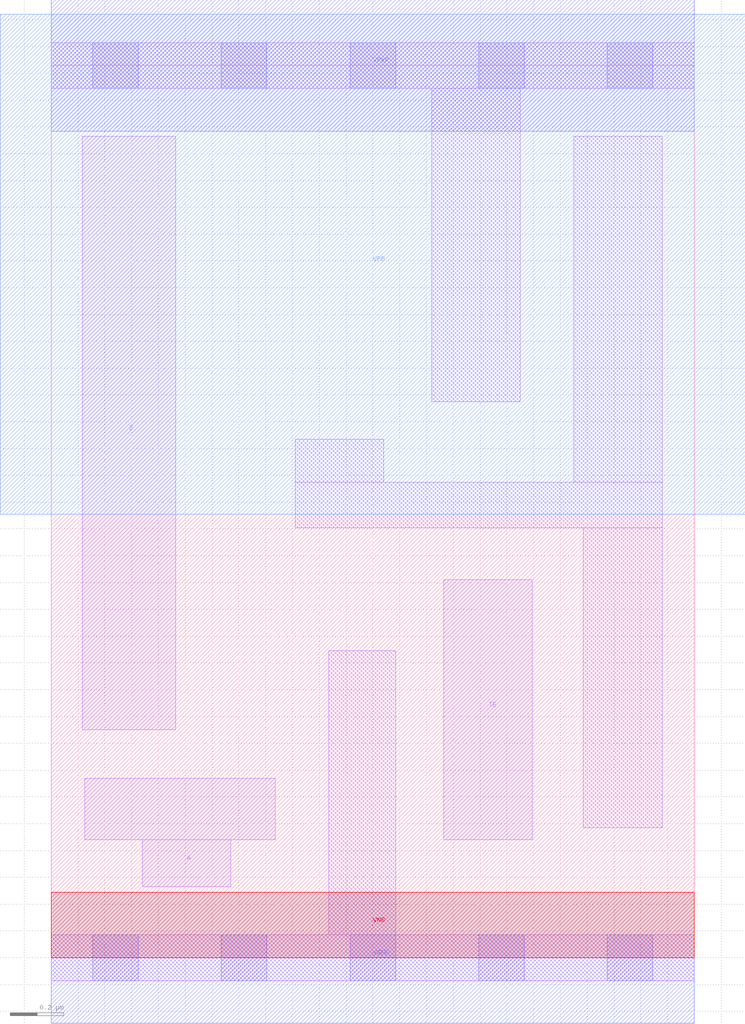
<source format=lef>
# Copyright 2020 The SkyWater PDK Authors
#
# Licensed under the Apache License, Version 2.0 (the "License");
# you may not use this file except in compliance with the License.
# You may obtain a copy of the License at
#
#     https://www.apache.org/licenses/LICENSE-2.0
#
# Unless required by applicable law or agreed to in writing, software
# distributed under the License is distributed on an "AS IS" BASIS,
# WITHOUT WARRANTIES OR CONDITIONS OF ANY KIND, either express or implied.
# See the License for the specific language governing permissions and
# limitations under the License.
#
# SPDX-License-Identifier: Apache-2.0

VERSION 5.7 ;
  NOWIREEXTENSIONATPIN ON ;
  DIVIDERCHAR "/" ;
  BUSBITCHARS "[]" ;
MACRO sky130_fd_sc_lp__einvp_lp
  CLASS CORE ;
  FOREIGN sky130_fd_sc_lp__einvp_lp ;
  ORIGIN  0.000000  0.000000 ;
  SIZE  2.400000 BY  3.330000 ;
  SYMMETRY X Y R90 ;
  SITE unit ;
  PIN A
    ANTENNAGATEAREA  0.313000 ;
    DIRECTION INPUT ;
    USE SIGNAL ;
    PORT
      LAYER li1 ;
        RECT 0.125000 0.440000 0.835000 0.670000 ;
        RECT 0.340000 0.265000 0.670000 0.440000 ;
    END
  END A
  PIN TE
    ANTENNAGATEAREA  0.439000 ;
    DIRECTION INPUT ;
    USE SIGNAL ;
    PORT
      LAYER li1 ;
        RECT 1.465000 0.440000 1.795000 1.410000 ;
    END
  END TE
  PIN Z
    ANTENNADIFFAREA  0.448450 ;
    DIRECTION OUTPUT ;
    USE SIGNAL ;
    PORT
      LAYER li1 ;
        RECT 0.115000 0.850000 0.465000 3.065000 ;
    END
  END Z
  PIN VGND
    DIRECTION INOUT ;
    USE GROUND ;
    PORT
      LAYER met1 ;
        RECT 0.000000 -0.245000 2.400000 0.245000 ;
    END
  END VGND
  PIN VNB
    DIRECTION INOUT ;
    USE GROUND ;
    PORT
      LAYER pwell ;
        RECT 0.000000 0.000000 2.400000 0.245000 ;
    END
  END VNB
  PIN VPB
    DIRECTION INOUT ;
    USE POWER ;
    PORT
      LAYER nwell ;
        RECT -0.190000 1.655000 2.590000 3.520000 ;
    END
  END VPB
  PIN VPWR
    DIRECTION INOUT ;
    USE POWER ;
    PORT
      LAYER met1 ;
        RECT 0.000000 3.085000 2.400000 3.575000 ;
    END
  END VPWR
  OBS
    LAYER li1 ;
      RECT 0.000000 -0.085000 2.400000 0.085000 ;
      RECT 0.000000  3.245000 2.400000 3.415000 ;
      RECT 0.910000  1.605000 2.280000 1.775000 ;
      RECT 0.910000  1.775000 1.240000 1.935000 ;
      RECT 1.035000  0.085000 1.285000 1.145000 ;
      RECT 1.420000  2.075000 1.750000 3.245000 ;
      RECT 1.950000  1.775000 2.280000 3.065000 ;
      RECT 1.985000  0.485000 2.280000 1.605000 ;
    LAYER mcon ;
      RECT 0.155000 -0.085000 0.325000 0.085000 ;
      RECT 0.155000  3.245000 0.325000 3.415000 ;
      RECT 0.635000 -0.085000 0.805000 0.085000 ;
      RECT 0.635000  3.245000 0.805000 3.415000 ;
      RECT 1.115000 -0.085000 1.285000 0.085000 ;
      RECT 1.115000  3.245000 1.285000 3.415000 ;
      RECT 1.595000 -0.085000 1.765000 0.085000 ;
      RECT 1.595000  3.245000 1.765000 3.415000 ;
      RECT 2.075000 -0.085000 2.245000 0.085000 ;
      RECT 2.075000  3.245000 2.245000 3.415000 ;
  END
END sky130_fd_sc_lp__einvp_lp
END LIBRARY

</source>
